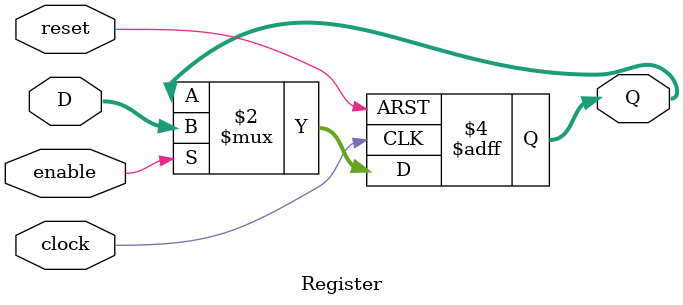
<source format=v>
`timescale 1ns / 1ps
module Register #(parameter n = 128) (output reg [n-1:0] Q, input [n-1:0] D, input enable, clock, reset);
	always @(posedge clock, posedge reset) begin
		if (reset)
			Q <= 128'd0;
		else if (enable)
			Q <= D;
	end
endmodule

</source>
